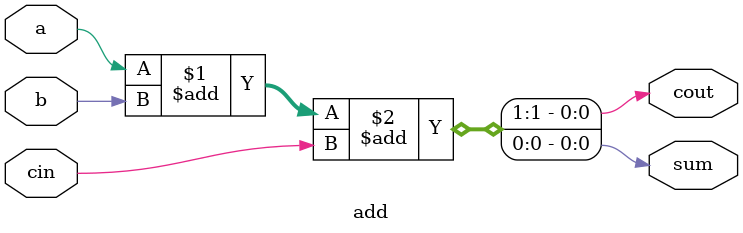
<source format=sv>
/*
synthesizes to:
- 1 x xor
- 1 x oai
- 1 x inv
- 1 x xnor
- 1 x nand

Max propagation delay: 5.2 nand units
Area:                  11.0 nand units
*/
module add(input a, input b, input cin, output sum, output cout);
    assign {cout, sum} = a + b + cin;
endmodule

</source>
